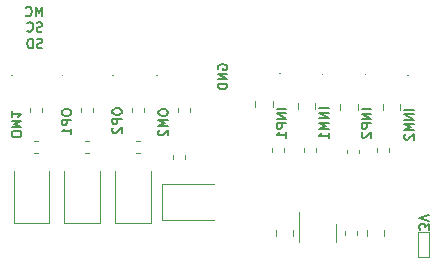
<source format=gbr>
%TF.GenerationSoftware,KiCad,Pcbnew,8.0.1*%
%TF.CreationDate,2024-04-07T09:18:40-04:00*%
%TF.ProjectId,tac5212_audio_board_single_ended,74616335-3231-4325-9f61-7564696f5f62,rev?*%
%TF.SameCoordinates,Original*%
%TF.FileFunction,Legend,Bot*%
%TF.FilePolarity,Positive*%
%FSLAX46Y46*%
G04 Gerber Fmt 4.6, Leading zero omitted, Abs format (unit mm)*
G04 Created by KiCad (PCBNEW 8.0.1) date 2024-04-07 09:18:40*
%MOMM*%
%LPD*%
G01*
G04 APERTURE LIST*
%ADD10C,0.150000*%
%ADD11C,0.120000*%
%ADD12C,0.100000*%
G04 APERTURE END LIST*
D10*
X99862295Y-108066541D02*
X99862295Y-108218922D01*
X99862295Y-108218922D02*
X99900390Y-108295112D01*
X99900390Y-108295112D02*
X99976580Y-108371303D01*
X99976580Y-108371303D02*
X100128961Y-108409398D01*
X100128961Y-108409398D02*
X100395628Y-108409398D01*
X100395628Y-108409398D02*
X100548009Y-108371303D01*
X100548009Y-108371303D02*
X100624200Y-108295112D01*
X100624200Y-108295112D02*
X100662295Y-108218922D01*
X100662295Y-108218922D02*
X100662295Y-108066541D01*
X100662295Y-108066541D02*
X100624200Y-107990350D01*
X100624200Y-107990350D02*
X100548009Y-107914160D01*
X100548009Y-107914160D02*
X100395628Y-107876064D01*
X100395628Y-107876064D02*
X100128961Y-107876064D01*
X100128961Y-107876064D02*
X99976580Y-107914160D01*
X99976580Y-107914160D02*
X99900390Y-107990350D01*
X99900390Y-107990350D02*
X99862295Y-108066541D01*
X100662295Y-108752255D02*
X99862295Y-108752255D01*
X99862295Y-108752255D02*
X99862295Y-109057017D01*
X99862295Y-109057017D02*
X99900390Y-109133207D01*
X99900390Y-109133207D02*
X99938485Y-109171302D01*
X99938485Y-109171302D02*
X100014676Y-109209398D01*
X100014676Y-109209398D02*
X100128961Y-109209398D01*
X100128961Y-109209398D02*
X100205152Y-109171302D01*
X100205152Y-109171302D02*
X100243247Y-109133207D01*
X100243247Y-109133207D02*
X100281342Y-109057017D01*
X100281342Y-109057017D02*
X100281342Y-108752255D01*
X99938485Y-109514159D02*
X99900390Y-109552255D01*
X99900390Y-109552255D02*
X99862295Y-109628445D01*
X99862295Y-109628445D02*
X99862295Y-109818921D01*
X99862295Y-109818921D02*
X99900390Y-109895112D01*
X99900390Y-109895112D02*
X99938485Y-109933207D01*
X99938485Y-109933207D02*
X100014676Y-109971302D01*
X100014676Y-109971302D02*
X100090866Y-109971302D01*
X100090866Y-109971302D02*
X100205152Y-109933207D01*
X100205152Y-109933207D02*
X100662295Y-109476064D01*
X100662295Y-109476064D02*
X100662295Y-109971302D01*
X121762295Y-107924160D02*
X120962295Y-107924160D01*
X121762295Y-108305112D02*
X120962295Y-108305112D01*
X120962295Y-108305112D02*
X121762295Y-108762255D01*
X121762295Y-108762255D02*
X120962295Y-108762255D01*
X121762295Y-109143207D02*
X120962295Y-109143207D01*
X120962295Y-109143207D02*
X120962295Y-109447969D01*
X120962295Y-109447969D02*
X121000390Y-109524159D01*
X121000390Y-109524159D02*
X121038485Y-109562254D01*
X121038485Y-109562254D02*
X121114676Y-109600350D01*
X121114676Y-109600350D02*
X121228961Y-109600350D01*
X121228961Y-109600350D02*
X121305152Y-109562254D01*
X121305152Y-109562254D02*
X121343247Y-109524159D01*
X121343247Y-109524159D02*
X121381342Y-109447969D01*
X121381342Y-109447969D02*
X121381342Y-109143207D01*
X121038485Y-109905111D02*
X121000390Y-109943207D01*
X121000390Y-109943207D02*
X120962295Y-110019397D01*
X120962295Y-110019397D02*
X120962295Y-110209873D01*
X120962295Y-110209873D02*
X121000390Y-110286064D01*
X121000390Y-110286064D02*
X121038485Y-110324159D01*
X121038485Y-110324159D02*
X121114676Y-110362254D01*
X121114676Y-110362254D02*
X121190866Y-110362254D01*
X121190866Y-110362254D02*
X121305152Y-110324159D01*
X121305152Y-110324159D02*
X121762295Y-109867016D01*
X121762295Y-109867016D02*
X121762295Y-110362254D01*
X108800390Y-104572744D02*
X108762295Y-104496554D01*
X108762295Y-104496554D02*
X108762295Y-104382268D01*
X108762295Y-104382268D02*
X108800390Y-104267982D01*
X108800390Y-104267982D02*
X108876580Y-104191792D01*
X108876580Y-104191792D02*
X108952771Y-104153697D01*
X108952771Y-104153697D02*
X109105152Y-104115601D01*
X109105152Y-104115601D02*
X109219438Y-104115601D01*
X109219438Y-104115601D02*
X109371819Y-104153697D01*
X109371819Y-104153697D02*
X109448009Y-104191792D01*
X109448009Y-104191792D02*
X109524200Y-104267982D01*
X109524200Y-104267982D02*
X109562295Y-104382268D01*
X109562295Y-104382268D02*
X109562295Y-104458459D01*
X109562295Y-104458459D02*
X109524200Y-104572744D01*
X109524200Y-104572744D02*
X109486104Y-104610840D01*
X109486104Y-104610840D02*
X109219438Y-104610840D01*
X109219438Y-104610840D02*
X109219438Y-104458459D01*
X109562295Y-104953697D02*
X108762295Y-104953697D01*
X108762295Y-104953697D02*
X109562295Y-105410840D01*
X109562295Y-105410840D02*
X108762295Y-105410840D01*
X109562295Y-105791792D02*
X108762295Y-105791792D01*
X108762295Y-105791792D02*
X108762295Y-105982268D01*
X108762295Y-105982268D02*
X108800390Y-106096554D01*
X108800390Y-106096554D02*
X108876580Y-106172744D01*
X108876580Y-106172744D02*
X108952771Y-106210839D01*
X108952771Y-106210839D02*
X109105152Y-106248935D01*
X109105152Y-106248935D02*
X109219438Y-106248935D01*
X109219438Y-106248935D02*
X109371819Y-106210839D01*
X109371819Y-106210839D02*
X109448009Y-106172744D01*
X109448009Y-106172744D02*
X109524200Y-106096554D01*
X109524200Y-106096554D02*
X109562295Y-105982268D01*
X109562295Y-105982268D02*
X109562295Y-105791792D01*
X125362295Y-107971660D02*
X124562295Y-107971660D01*
X125362295Y-108352612D02*
X124562295Y-108352612D01*
X124562295Y-108352612D02*
X125362295Y-108809755D01*
X125362295Y-108809755D02*
X124562295Y-108809755D01*
X125362295Y-109190707D02*
X124562295Y-109190707D01*
X124562295Y-109190707D02*
X125133723Y-109457373D01*
X125133723Y-109457373D02*
X124562295Y-109724040D01*
X124562295Y-109724040D02*
X125362295Y-109724040D01*
X124638485Y-110066897D02*
X124600390Y-110104993D01*
X124600390Y-110104993D02*
X124562295Y-110181183D01*
X124562295Y-110181183D02*
X124562295Y-110371659D01*
X124562295Y-110371659D02*
X124600390Y-110447850D01*
X124600390Y-110447850D02*
X124638485Y-110485945D01*
X124638485Y-110485945D02*
X124714676Y-110524040D01*
X124714676Y-110524040D02*
X124790866Y-110524040D01*
X124790866Y-110524040D02*
X124905152Y-110485945D01*
X124905152Y-110485945D02*
X125362295Y-110028802D01*
X125362295Y-110028802D02*
X125362295Y-110524040D01*
X103762295Y-108141541D02*
X103762295Y-108293922D01*
X103762295Y-108293922D02*
X103800390Y-108370112D01*
X103800390Y-108370112D02*
X103876580Y-108446303D01*
X103876580Y-108446303D02*
X104028961Y-108484398D01*
X104028961Y-108484398D02*
X104295628Y-108484398D01*
X104295628Y-108484398D02*
X104448009Y-108446303D01*
X104448009Y-108446303D02*
X104524200Y-108370112D01*
X104524200Y-108370112D02*
X104562295Y-108293922D01*
X104562295Y-108293922D02*
X104562295Y-108141541D01*
X104562295Y-108141541D02*
X104524200Y-108065350D01*
X104524200Y-108065350D02*
X104448009Y-107989160D01*
X104448009Y-107989160D02*
X104295628Y-107951064D01*
X104295628Y-107951064D02*
X104028961Y-107951064D01*
X104028961Y-107951064D02*
X103876580Y-107989160D01*
X103876580Y-107989160D02*
X103800390Y-108065350D01*
X103800390Y-108065350D02*
X103762295Y-108141541D01*
X104562295Y-108827255D02*
X103762295Y-108827255D01*
X103762295Y-108827255D02*
X104333723Y-109093921D01*
X104333723Y-109093921D02*
X103762295Y-109360588D01*
X103762295Y-109360588D02*
X104562295Y-109360588D01*
X103838485Y-109703445D02*
X103800390Y-109741541D01*
X103800390Y-109741541D02*
X103762295Y-109817731D01*
X103762295Y-109817731D02*
X103762295Y-110008207D01*
X103762295Y-110008207D02*
X103800390Y-110084398D01*
X103800390Y-110084398D02*
X103838485Y-110122493D01*
X103838485Y-110122493D02*
X103914676Y-110160588D01*
X103914676Y-110160588D02*
X103990866Y-110160588D01*
X103990866Y-110160588D02*
X104105152Y-110122493D01*
X104105152Y-110122493D02*
X104562295Y-109665350D01*
X104562295Y-109665350D02*
X104562295Y-110160588D01*
X126647704Y-118137030D02*
X126647704Y-117641792D01*
X126647704Y-117641792D02*
X126342942Y-117908458D01*
X126342942Y-117908458D02*
X126342942Y-117794173D01*
X126342942Y-117794173D02*
X126304847Y-117717982D01*
X126304847Y-117717982D02*
X126266752Y-117679887D01*
X126266752Y-117679887D02*
X126190561Y-117641792D01*
X126190561Y-117641792D02*
X126000085Y-117641792D01*
X126000085Y-117641792D02*
X125923895Y-117679887D01*
X125923895Y-117679887D02*
X125885800Y-117717982D01*
X125885800Y-117717982D02*
X125847704Y-117794173D01*
X125847704Y-117794173D02*
X125847704Y-118022744D01*
X125847704Y-118022744D02*
X125885800Y-118098935D01*
X125885800Y-118098935D02*
X125923895Y-118137030D01*
X126647704Y-117413220D02*
X125847704Y-117146553D01*
X125847704Y-117146553D02*
X126647704Y-116879887D01*
X93908208Y-102724200D02*
X93793922Y-102762295D01*
X93793922Y-102762295D02*
X93603446Y-102762295D01*
X93603446Y-102762295D02*
X93527255Y-102724200D01*
X93527255Y-102724200D02*
X93489160Y-102686104D01*
X93489160Y-102686104D02*
X93451065Y-102609914D01*
X93451065Y-102609914D02*
X93451065Y-102533723D01*
X93451065Y-102533723D02*
X93489160Y-102457533D01*
X93489160Y-102457533D02*
X93527255Y-102419438D01*
X93527255Y-102419438D02*
X93603446Y-102381342D01*
X93603446Y-102381342D02*
X93755827Y-102343247D01*
X93755827Y-102343247D02*
X93832017Y-102305152D01*
X93832017Y-102305152D02*
X93870112Y-102267057D01*
X93870112Y-102267057D02*
X93908208Y-102190866D01*
X93908208Y-102190866D02*
X93908208Y-102114676D01*
X93908208Y-102114676D02*
X93870112Y-102038485D01*
X93870112Y-102038485D02*
X93832017Y-102000390D01*
X93832017Y-102000390D02*
X93755827Y-101962295D01*
X93755827Y-101962295D02*
X93565350Y-101962295D01*
X93565350Y-101962295D02*
X93451065Y-102000390D01*
X93108207Y-102762295D02*
X93108207Y-101962295D01*
X93108207Y-101962295D02*
X92917731Y-101962295D01*
X92917731Y-101962295D02*
X92803445Y-102000390D01*
X92803445Y-102000390D02*
X92727255Y-102076580D01*
X92727255Y-102076580D02*
X92689160Y-102152771D01*
X92689160Y-102152771D02*
X92651064Y-102305152D01*
X92651064Y-102305152D02*
X92651064Y-102419438D01*
X92651064Y-102419438D02*
X92689160Y-102571819D01*
X92689160Y-102571819D02*
X92727255Y-102648009D01*
X92727255Y-102648009D02*
X92803445Y-102724200D01*
X92803445Y-102724200D02*
X92917731Y-102762295D01*
X92917731Y-102762295D02*
X93108207Y-102762295D01*
X93922493Y-100062295D02*
X93922493Y-99262295D01*
X93922493Y-99262295D02*
X93655827Y-99833723D01*
X93655827Y-99833723D02*
X93389160Y-99262295D01*
X93389160Y-99262295D02*
X93389160Y-100062295D01*
X92551064Y-99986104D02*
X92589160Y-100024200D01*
X92589160Y-100024200D02*
X92703445Y-100062295D01*
X92703445Y-100062295D02*
X92779636Y-100062295D01*
X92779636Y-100062295D02*
X92893922Y-100024200D01*
X92893922Y-100024200D02*
X92970112Y-99948009D01*
X92970112Y-99948009D02*
X93008207Y-99871819D01*
X93008207Y-99871819D02*
X93046303Y-99719438D01*
X93046303Y-99719438D02*
X93046303Y-99605152D01*
X93046303Y-99605152D02*
X93008207Y-99452771D01*
X93008207Y-99452771D02*
X92970112Y-99376580D01*
X92970112Y-99376580D02*
X92893922Y-99300390D01*
X92893922Y-99300390D02*
X92779636Y-99262295D01*
X92779636Y-99262295D02*
X92703445Y-99262295D01*
X92703445Y-99262295D02*
X92589160Y-99300390D01*
X92589160Y-99300390D02*
X92551064Y-99338485D01*
X93908208Y-101324200D02*
X93793922Y-101362295D01*
X93793922Y-101362295D02*
X93603446Y-101362295D01*
X93603446Y-101362295D02*
X93527255Y-101324200D01*
X93527255Y-101324200D02*
X93489160Y-101286104D01*
X93489160Y-101286104D02*
X93451065Y-101209914D01*
X93451065Y-101209914D02*
X93451065Y-101133723D01*
X93451065Y-101133723D02*
X93489160Y-101057533D01*
X93489160Y-101057533D02*
X93527255Y-101019438D01*
X93527255Y-101019438D02*
X93603446Y-100981342D01*
X93603446Y-100981342D02*
X93755827Y-100943247D01*
X93755827Y-100943247D02*
X93832017Y-100905152D01*
X93832017Y-100905152D02*
X93870112Y-100867057D01*
X93870112Y-100867057D02*
X93908208Y-100790866D01*
X93908208Y-100790866D02*
X93908208Y-100714676D01*
X93908208Y-100714676D02*
X93870112Y-100638485D01*
X93870112Y-100638485D02*
X93832017Y-100600390D01*
X93832017Y-100600390D02*
X93755827Y-100562295D01*
X93755827Y-100562295D02*
X93565350Y-100562295D01*
X93565350Y-100562295D02*
X93451065Y-100600390D01*
X92651064Y-101286104D02*
X92689160Y-101324200D01*
X92689160Y-101324200D02*
X92803445Y-101362295D01*
X92803445Y-101362295D02*
X92879636Y-101362295D01*
X92879636Y-101362295D02*
X92993922Y-101324200D01*
X92993922Y-101324200D02*
X93070112Y-101248009D01*
X93070112Y-101248009D02*
X93108207Y-101171819D01*
X93108207Y-101171819D02*
X93146303Y-101019438D01*
X93146303Y-101019438D02*
X93146303Y-100905152D01*
X93146303Y-100905152D02*
X93108207Y-100752771D01*
X93108207Y-100752771D02*
X93070112Y-100676580D01*
X93070112Y-100676580D02*
X92993922Y-100600390D01*
X92993922Y-100600390D02*
X92879636Y-100562295D01*
X92879636Y-100562295D02*
X92803445Y-100562295D01*
X92803445Y-100562295D02*
X92689160Y-100600390D01*
X92689160Y-100600390D02*
X92651064Y-100638485D01*
X95562295Y-108141541D02*
X95562295Y-108293922D01*
X95562295Y-108293922D02*
X95600390Y-108370112D01*
X95600390Y-108370112D02*
X95676580Y-108446303D01*
X95676580Y-108446303D02*
X95828961Y-108484398D01*
X95828961Y-108484398D02*
X96095628Y-108484398D01*
X96095628Y-108484398D02*
X96248009Y-108446303D01*
X96248009Y-108446303D02*
X96324200Y-108370112D01*
X96324200Y-108370112D02*
X96362295Y-108293922D01*
X96362295Y-108293922D02*
X96362295Y-108141541D01*
X96362295Y-108141541D02*
X96324200Y-108065350D01*
X96324200Y-108065350D02*
X96248009Y-107989160D01*
X96248009Y-107989160D02*
X96095628Y-107951064D01*
X96095628Y-107951064D02*
X95828961Y-107951064D01*
X95828961Y-107951064D02*
X95676580Y-107989160D01*
X95676580Y-107989160D02*
X95600390Y-108065350D01*
X95600390Y-108065350D02*
X95562295Y-108141541D01*
X96362295Y-108827255D02*
X95562295Y-108827255D01*
X95562295Y-108827255D02*
X95562295Y-109132017D01*
X95562295Y-109132017D02*
X95600390Y-109208207D01*
X95600390Y-109208207D02*
X95638485Y-109246302D01*
X95638485Y-109246302D02*
X95714676Y-109284398D01*
X95714676Y-109284398D02*
X95828961Y-109284398D01*
X95828961Y-109284398D02*
X95905152Y-109246302D01*
X95905152Y-109246302D02*
X95943247Y-109208207D01*
X95943247Y-109208207D02*
X95981342Y-109132017D01*
X95981342Y-109132017D02*
X95981342Y-108827255D01*
X96362295Y-110046302D02*
X96362295Y-109589159D01*
X96362295Y-109817731D02*
X95562295Y-109817731D01*
X95562295Y-109817731D02*
X95676580Y-109741540D01*
X95676580Y-109741540D02*
X95752771Y-109665350D01*
X95752771Y-109665350D02*
X95790866Y-109589159D01*
X118162295Y-107851660D02*
X117362295Y-107851660D01*
X118162295Y-108232612D02*
X117362295Y-108232612D01*
X117362295Y-108232612D02*
X118162295Y-108689755D01*
X118162295Y-108689755D02*
X117362295Y-108689755D01*
X118162295Y-109070707D02*
X117362295Y-109070707D01*
X117362295Y-109070707D02*
X117933723Y-109337373D01*
X117933723Y-109337373D02*
X117362295Y-109604040D01*
X117362295Y-109604040D02*
X118162295Y-109604040D01*
X118162295Y-110404040D02*
X118162295Y-109946897D01*
X118162295Y-110175469D02*
X117362295Y-110175469D01*
X117362295Y-110175469D02*
X117476580Y-110099278D01*
X117476580Y-110099278D02*
X117552771Y-110023088D01*
X117552771Y-110023088D02*
X117590866Y-109946897D01*
X92137704Y-110120112D02*
X92137704Y-109967731D01*
X92137704Y-109967731D02*
X92099609Y-109891541D01*
X92099609Y-109891541D02*
X92023419Y-109815350D01*
X92023419Y-109815350D02*
X91871038Y-109777255D01*
X91871038Y-109777255D02*
X91604371Y-109777255D01*
X91604371Y-109777255D02*
X91451990Y-109815350D01*
X91451990Y-109815350D02*
X91375800Y-109891541D01*
X91375800Y-109891541D02*
X91337704Y-109967731D01*
X91337704Y-109967731D02*
X91337704Y-110120112D01*
X91337704Y-110120112D02*
X91375800Y-110196303D01*
X91375800Y-110196303D02*
X91451990Y-110272493D01*
X91451990Y-110272493D02*
X91604371Y-110310589D01*
X91604371Y-110310589D02*
X91871038Y-110310589D01*
X91871038Y-110310589D02*
X92023419Y-110272493D01*
X92023419Y-110272493D02*
X92099609Y-110196303D01*
X92099609Y-110196303D02*
X92137704Y-110120112D01*
X91337704Y-109434398D02*
X92137704Y-109434398D01*
X92137704Y-109434398D02*
X91566276Y-109167732D01*
X91566276Y-109167732D02*
X92137704Y-108901065D01*
X92137704Y-108901065D02*
X91337704Y-108901065D01*
X91337704Y-108101065D02*
X91337704Y-108558208D01*
X91337704Y-108329636D02*
X92137704Y-108329636D01*
X92137704Y-108329636D02*
X92023419Y-108405827D01*
X92023419Y-108405827D02*
X91947228Y-108482017D01*
X91947228Y-108482017D02*
X91909133Y-108558208D01*
X114562295Y-107914160D02*
X113762295Y-107914160D01*
X114562295Y-108295112D02*
X113762295Y-108295112D01*
X113762295Y-108295112D02*
X114562295Y-108752255D01*
X114562295Y-108752255D02*
X113762295Y-108752255D01*
X114562295Y-109133207D02*
X113762295Y-109133207D01*
X113762295Y-109133207D02*
X113762295Y-109437969D01*
X113762295Y-109437969D02*
X113800390Y-109514159D01*
X113800390Y-109514159D02*
X113838485Y-109552254D01*
X113838485Y-109552254D02*
X113914676Y-109590350D01*
X113914676Y-109590350D02*
X114028961Y-109590350D01*
X114028961Y-109590350D02*
X114105152Y-109552254D01*
X114105152Y-109552254D02*
X114143247Y-109514159D01*
X114143247Y-109514159D02*
X114181342Y-109437969D01*
X114181342Y-109437969D02*
X114181342Y-109133207D01*
X114562295Y-110352254D02*
X114562295Y-109895111D01*
X114562295Y-110123683D02*
X113762295Y-110123683D01*
X113762295Y-110123683D02*
X113876580Y-110047492D01*
X113876580Y-110047492D02*
X113952771Y-109971302D01*
X113952771Y-109971302D02*
X113990866Y-109895111D01*
D11*
%TO.C,T\u002AC2*%
X120544314Y-118291233D02*
X120544314Y-118583767D01*
X119524314Y-118291233D02*
X119524314Y-118583767D01*
%TO.C,R20*%
X104990000Y-112171267D02*
X104990000Y-111828733D01*
X106010000Y-112171267D02*
X106010000Y-111828733D01*
%TO.C,R19*%
X102171267Y-111610000D02*
X101828733Y-111610000D01*
X102171267Y-110590000D02*
X101828733Y-110590000D01*
%TO.C,R18*%
X93228733Y-110590000D02*
X93571267Y-110590000D01*
X93228733Y-111610000D02*
X93571267Y-111610000D01*
%TO.C,R17*%
X97871267Y-111610000D02*
X97528733Y-111610000D01*
X97871267Y-110590000D02*
X97528733Y-110590000D01*
%TO.C,C25*%
X106410000Y-107853733D02*
X106410000Y-108146267D01*
X105390000Y-107853733D02*
X105390000Y-108146267D01*
%TO.C,C24*%
X102510000Y-107853733D02*
X102510000Y-108146267D01*
X101490000Y-107853733D02*
X101490000Y-108146267D01*
%TO.C,C23*%
X93910000Y-107853733D02*
X93910000Y-108146267D01*
X92890000Y-107853733D02*
X92890000Y-108146267D01*
%TO.C,C22*%
X98210000Y-107853733D02*
X98210000Y-108146267D01*
X97190000Y-107853733D02*
X97190000Y-108146267D01*
%TO.C,T\u002AC1*%
X122869314Y-118176248D02*
X122869314Y-118698752D01*
X121399314Y-118176248D02*
X121399314Y-118698752D01*
%TO.C,C1011*%
X113390000Y-111546267D02*
X113390000Y-111253733D01*
X114410000Y-111546267D02*
X114410000Y-111253733D01*
D12*
%TO.C,D20*%
X103685000Y-105100000D02*
G75*
G02*
X103585000Y-105100000I-50000J0D01*
G01*
X103585000Y-105100000D02*
G75*
G02*
X103685000Y-105100000I50000J0D01*
G01*
D11*
%TO.C,C1012*%
X122290000Y-111546267D02*
X122290000Y-111253733D01*
X123310000Y-111546267D02*
X123310000Y-111253733D01*
%TO.C,C1009*%
X119690000Y-111646267D02*
X119690000Y-111353733D01*
X120710000Y-111646267D02*
X120710000Y-111353733D01*
%TO.C,C19*%
X91490000Y-117535000D02*
X94510000Y-117535000D01*
X91490000Y-113150000D02*
X91490000Y-117535000D01*
X94510000Y-117535000D02*
X94510000Y-113150000D01*
%TO.C,T\u002AC3*%
X115169314Y-118176248D02*
X115169314Y-118698752D01*
X113699314Y-118176248D02*
X113699314Y-118698752D01*
%TO.C,3V3*%
D12*
X125710000Y-118350000D02*
X126710000Y-118350000D01*
X126710000Y-120460000D01*
X125710000Y-120460000D01*
X125710000Y-118350000D01*
D11*
%TO.C,C21*%
X104090001Y-114290000D02*
X104090001Y-117310000D01*
X108475001Y-114290000D02*
X104090001Y-114290000D01*
X104090001Y-117310000D02*
X108475001Y-117310000D01*
D12*
%TO.C,D1002*%
X121315000Y-105035000D02*
G75*
G02*
X121215000Y-105035000I-50000J0D01*
G01*
X121215000Y-105035000D02*
G75*
G02*
X121315000Y-105035000I50000J0D01*
G01*
D11*
%TO.C,FB1003*%
X115565000Y-107923752D02*
X115565000Y-107401248D01*
X117035000Y-107923752D02*
X117035000Y-107401248D01*
%TO.C,FB1004*%
X111965000Y-107761252D02*
X111965000Y-107238748D01*
X113435000Y-107761252D02*
X113435000Y-107238748D01*
D12*
%TO.C,D1005*%
X124915000Y-105082500D02*
G75*
G02*
X124815000Y-105082500I-50000J0D01*
G01*
X124815000Y-105082500D02*
G75*
G02*
X124915000Y-105082500I50000J0D01*
G01*
D11*
%TO.C,U2*%
X115651814Y-116615000D02*
X115651814Y-118415000D01*
X115651814Y-119215000D02*
X115651814Y-118415000D01*
X118771814Y-117615000D02*
X118771814Y-118415000D01*
X118771814Y-119215000D02*
X118771814Y-118415000D01*
D12*
%TO.C,D17*%
X95685000Y-105100000D02*
G75*
G02*
X95585000Y-105100000I-50000J0D01*
G01*
X95585000Y-105100000D02*
G75*
G02*
X95685000Y-105100000I50000J0D01*
G01*
D11*
%TO.C,C1010*%
X116090000Y-111546267D02*
X116090000Y-111253733D01*
X117110000Y-111546267D02*
X117110000Y-111253733D01*
D12*
%TO.C,D19*%
X99985000Y-105100000D02*
G75*
G02*
X99885000Y-105100000I-50000J0D01*
G01*
X99885000Y-105100000D02*
G75*
G02*
X99985000Y-105100000I50000J0D01*
G01*
D11*
%TO.C,C18*%
X95790000Y-117535000D02*
X98810000Y-117535000D01*
X95790000Y-113150000D02*
X95790000Y-117535000D01*
X98810000Y-117535000D02*
X98810000Y-113150000D01*
D12*
%TO.C,D18*%
X91385000Y-105100000D02*
G75*
G02*
X91285000Y-105100000I-50000J0D01*
G01*
X91285000Y-105100000D02*
G75*
G02*
X91385000Y-105100000I50000J0D01*
G01*
D11*
%TO.C,C20*%
X100090000Y-117535000D02*
X103110000Y-117535000D01*
X100090000Y-113150000D02*
X100090000Y-117535000D01*
X103110000Y-117535000D02*
X103110000Y-113150000D01*
D12*
%TO.C,D1003*%
X117715000Y-105035000D02*
G75*
G02*
X117615000Y-105035000I-50000J0D01*
G01*
X117615000Y-105035000D02*
G75*
G02*
X117715000Y-105035000I50000J0D01*
G01*
D11*
%TO.C,FB1002*%
X119165000Y-107996252D02*
X119165000Y-107473748D01*
X120635000Y-107996252D02*
X120635000Y-107473748D01*
%TO.C,FB1001*%
X122765000Y-108033752D02*
X122765000Y-107511248D01*
X124235000Y-108033752D02*
X124235000Y-107511248D01*
D12*
%TO.C,D1004*%
X114115000Y-104900000D02*
G75*
G02*
X114015000Y-104900000I-50000J0D01*
G01*
X114015000Y-104900000D02*
G75*
G02*
X114115000Y-104900000I50000J0D01*
G01*
%TD*%
M02*

</source>
